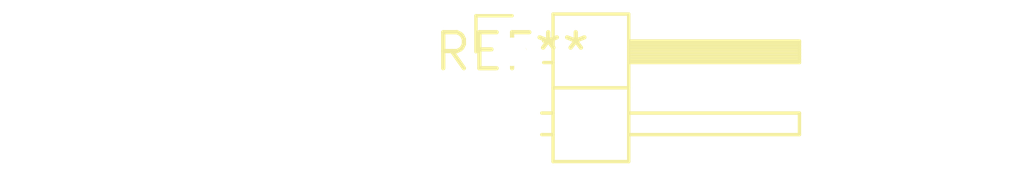
<source format=kicad_pcb>
(kicad_pcb (version 20240108) (generator pcbnew)
  (layers (0 "F.Cu" signal) (31 "B.Cu" signal) (34 "B.Paste" user) (35 "F.Paste" user) (36 "B.SilkS" user "B.Silkscreen") (37 "F.SilkS" user "F.Silkscreen") (38 "B.Mask" user) (39 "F.Mask" user) (44 "Edge.Cuts" user))
  (net 0 "")
  (footprint "PinHeader_1x02_P2.54mm_Horizontal" (layer "F.Cu") (at 0 0)
    (property "Reference" "REF**")
    (property "Value" "PinHeader_1x02_P2.54mm_Horizontal")
    (fp_line (start -1.27 -1.27) (end 0 -1.27) (layer "F.SilkS") (stroke (width 0.12)))
    (fp_line (start -1.27 0) (end -1.27 -1.27) (layer "F.SilkS") (stroke (width 0.12)))
    (fp_line (start 1.042929 2.16) (end 1.44 2.16) (layer "F.SilkS") (stroke (width 0.12)))
    (fp_line (start 1.042929 2.92) (end 1.44 2.92) (layer "F.SilkS") (stroke (width 0.12)))
    (fp_line (start 1.11 -0.38) (end 1.44 -0.38) (layer "F.SilkS") (stroke (width 0.12)))
    (fp_line (start 1.11 0.38) (end 1.44 0.38) (layer "F.SilkS") (stroke (width 0.12)))
    (fp_line (start 1.44 -1.33) (end 1.44 3.87) (layer "F.SilkS") (stroke (width 0.12)))
    (fp_line (start 1.44 1.27) (end 4.1 1.27) (layer "F.SilkS") (stroke (width 0.12)))
    (fp_line (start 1.44 3.87) (end 4.1 3.87) (layer "F.SilkS") (stroke (width 0.12)))
    (fp_line (start 4.1 -1.33) (end 1.44 -1.33) (layer "F.SilkS") (stroke (width 0.12)))
    (fp_line (start 4.1 -0.38) (end 10.1 -0.38) (layer "F.SilkS") (stroke (width 0.12)))
    (fp_line (start 4.1 -0.32) (end 10.1 -0.32) (layer "F.SilkS") (stroke (width 0.12)))
    (fp_line (start 4.1 -0.2) (end 10.1 -0.2) (layer "F.SilkS") (stroke (width 0.12)))
    (fp_line (start 4.1 -0.08) (end 10.1 -0.08) (layer "F.SilkS") (stroke (width 0.12)))
    (fp_line (start 4.1 0.04) (end 10.1 0.04) (layer "F.SilkS") (stroke (width 0.12)))
    (fp_line (start 4.1 0.16) (end 10.1 0.16) (layer "F.SilkS") (stroke (width 0.12)))
    (fp_line (start 4.1 0.28) (end 10.1 0.28) (layer "F.SilkS") (stroke (width 0.12)))
    (fp_line (start 4.1 2.16) (end 10.1 2.16) (layer "F.SilkS") (stroke (width 0.12)))
    (fp_line (start 4.1 3.87) (end 4.1 -1.33) (layer "F.SilkS") (stroke (width 0.12)))
    (fp_line (start 10.1 -0.38) (end 10.1 0.38) (layer "F.SilkS") (stroke (width 0.12)))
    (fp_line (start 10.1 0.38) (end 4.1 0.38) (layer "F.SilkS") (stroke (width 0.12)))
    (fp_line (start 10.1 2.16) (end 10.1 2.92) (layer "F.SilkS") (stroke (width 0.12)))
    (fp_line (start 10.1 2.92) (end 4.1 2.92) (layer "F.SilkS") (stroke (width 0.12)))
    (pad "1" thru_hole rect (at 0 0) (size 1.7 1.7) (drill 1) (layers *.Cu *.Mask) (remove_unused_layers))
    (pad "2" thru_hole oval (at 0 2.54) (size 1.7 1.7) (drill 1) (layers *.Cu *.Mask) (remove_unused_layers))
  )
)
</source>
